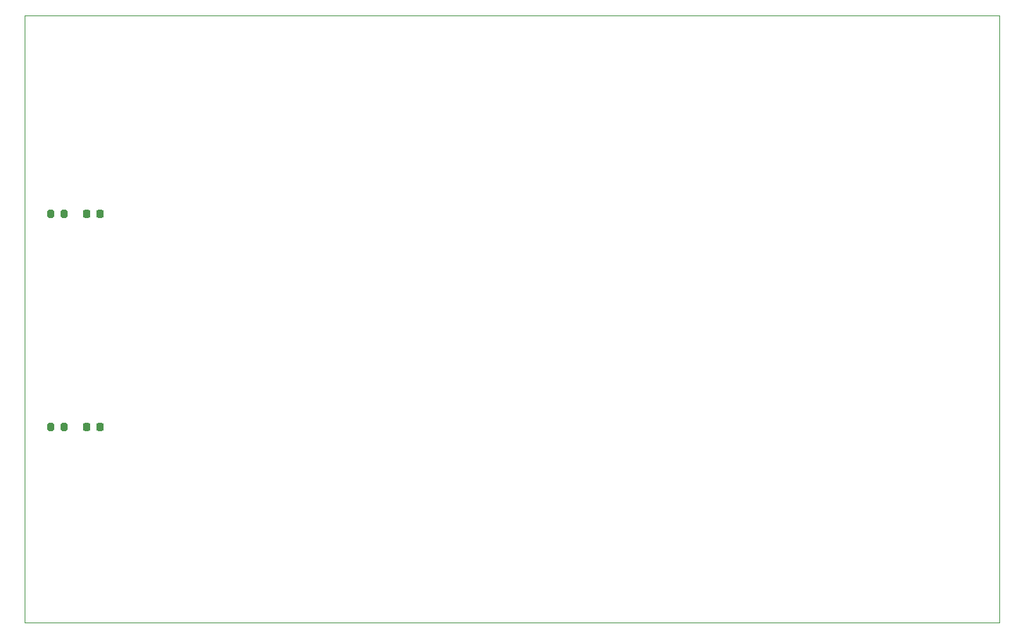
<source format=gbr>
%TF.GenerationSoftware,KiCad,Pcbnew,(6.0.7)*%
%TF.CreationDate,2022-10-17T13:11:33-04:00*%
%TF.ProjectId,FrontPanel,46726f6e-7450-4616-9e65-6c2e6b696361,rev?*%
%TF.SameCoordinates,Original*%
%TF.FileFunction,Paste,Top*%
%TF.FilePolarity,Positive*%
%FSLAX46Y46*%
G04 Gerber Fmt 4.6, Leading zero omitted, Abs format (unit mm)*
G04 Created by KiCad (PCBNEW (6.0.7)) date 2022-10-17 13:11:33*
%MOMM*%
%LPD*%
G01*
G04 APERTURE LIST*
G04 Aperture macros list*
%AMRoundRect*
0 Rectangle with rounded corners*
0 $1 Rounding radius*
0 $2 $3 $4 $5 $6 $7 $8 $9 X,Y pos of 4 corners*
0 Add a 4 corners polygon primitive as box body*
4,1,4,$2,$3,$4,$5,$6,$7,$8,$9,$2,$3,0*
0 Add four circle primitives for the rounded corners*
1,1,$1+$1,$2,$3*
1,1,$1+$1,$4,$5*
1,1,$1+$1,$6,$7*
1,1,$1+$1,$8,$9*
0 Add four rect primitives between the rounded corners*
20,1,$1+$1,$2,$3,$4,$5,0*
20,1,$1+$1,$4,$5,$6,$7,0*
20,1,$1+$1,$6,$7,$8,$9,0*
20,1,$1+$1,$8,$9,$2,$3,0*%
G04 Aperture macros list end*
%TA.AperFunction,Profile*%
%ADD10C,0.100000*%
%TD*%
%ADD11RoundRect,0.200000X0.200000X0.275000X-0.200000X0.275000X-0.200000X-0.275000X0.200000X-0.275000X0*%
%ADD12RoundRect,0.218750X-0.218750X-0.256250X0.218750X-0.256250X0.218750X0.256250X-0.218750X0.256250X0*%
G04 APERTURE END LIST*
D10*
X156870400Y-13335000D02*
X274066000Y-13335000D01*
X274066000Y-13335000D02*
X274066000Y-86360000D01*
X274066000Y-86360000D02*
X156870400Y-86360000D01*
X156870400Y-86360000D02*
X156870400Y-13335000D01*
D11*
%TO.C,R1*%
X161632400Y-37211000D03*
X159982400Y-37211000D03*
%TD*%
D12*
%TO.C,Power1*%
X164337900Y-37211000D03*
X165912900Y-37211000D03*
%TD*%
%TO.C,Power2*%
X164337900Y-62865000D03*
X165912900Y-62865000D03*
%TD*%
D11*
%TO.C,R2*%
X161632400Y-62865000D03*
X159982400Y-62865000D03*
%TD*%
M02*

</source>
